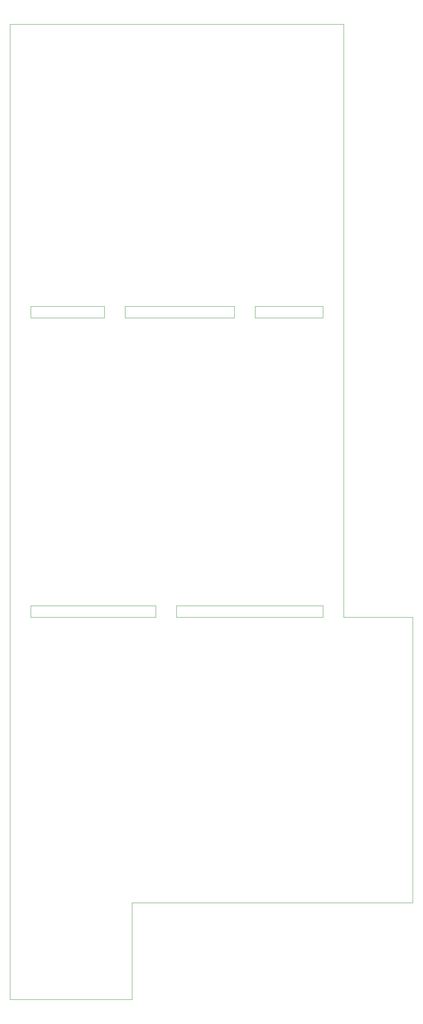
<source format=gko>
G04*
G04 #@! TF.GenerationSoftware,Altium Limited,Altium Designer,18.0.12 (696)*
G04*
G04 Layer_Color=16711935*
%FSAX24Y24*%
%MOIN*%
G70*
G01*
G75*
%ADD60C,0.0010*%
D60*
X014450Y033721D02*
Y034201D01*
X027200D01*
Y033201D02*
Y034201D01*
X014450Y033201D02*
X027200D01*
X014450D02*
Y033721D01*
X001800Y033720D02*
Y034200D01*
X012650D01*
Y033200D02*
Y034200D01*
X001800Y033200D02*
X012650D01*
X001800D02*
Y033720D01*
X029000Y033201D02*
X035000D01*
X000000Y000000D02*
X010598D01*
Y008402D01*
X035000D01*
Y033201D01*
X-000000Y034201D02*
X000000Y000000D01*
X021300Y059751D02*
Y060201D01*
X027200D01*
Y059201D02*
Y060201D01*
X021300Y059201D02*
X027200D01*
X021300D02*
Y059751D01*
X000000Y034201D02*
Y084701D01*
X020400D01*
X029000D01*
Y041001D02*
Y084701D01*
Y033201D02*
Y041001D01*
X010000Y060201D02*
X019500D01*
Y059621D02*
Y060201D01*
Y059201D02*
Y059621D01*
X010000Y059201D02*
X019500D01*
X010000D02*
Y060201D01*
X001800Y059201D02*
Y059721D01*
Y059201D02*
X008200D01*
Y060201D01*
X001800D02*
X008200D01*
X001800Y059721D02*
Y060201D01*
M02*

</source>
